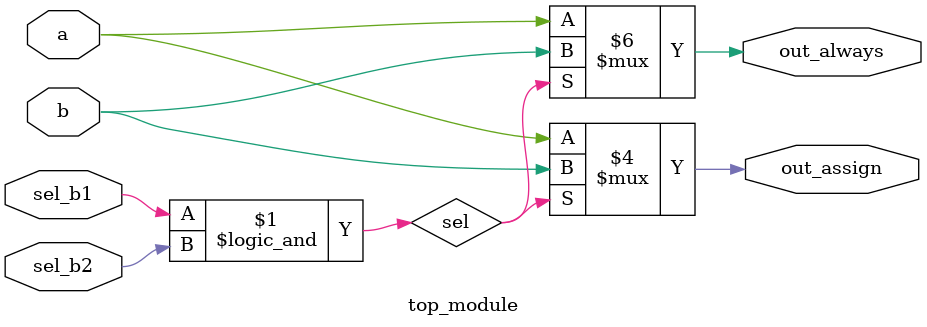
<source format=v>
module top_module(
    input a,
    input b,
    input sel_b1,
    input sel_b2,
    output wire out_assign,
    output reg out_always   ); 

    wire sel;
    assign sel = sel_b1 && sel_b2;
    
    always @(*) begin
        if (sel == 1 ) begin
            out_always = b;
        end
        else begin
            out_always = a;
        end
    end
    

    assign out_assign = sel ? b:a;

endmodule

</source>
